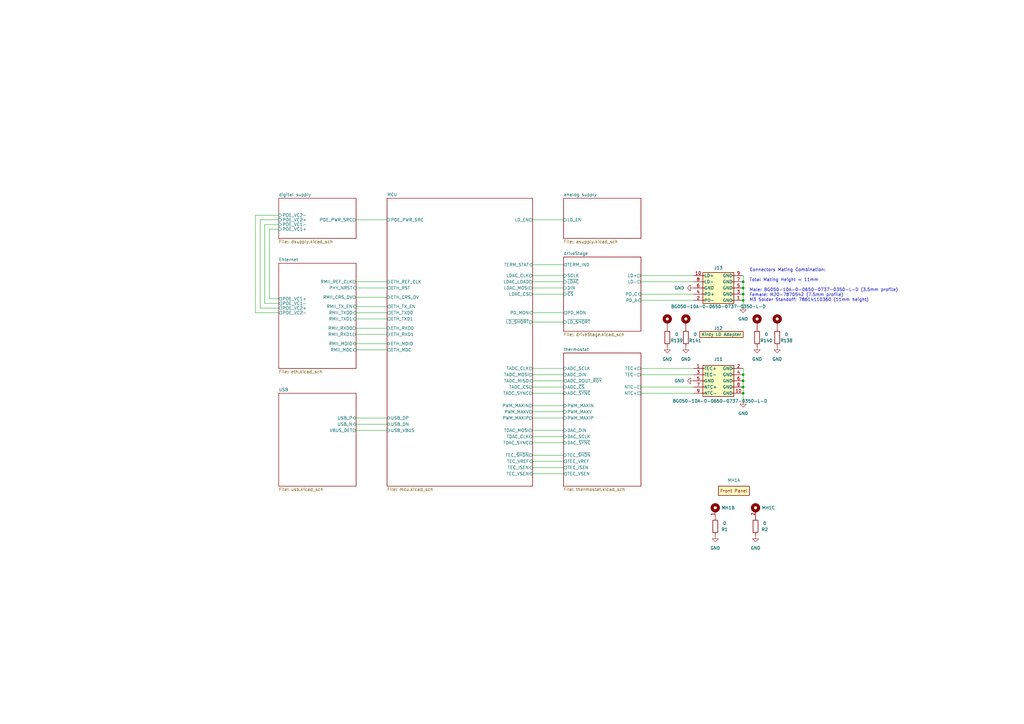
<source format=kicad_sch>
(kicad_sch (version 20230121) (generator eeschema)
  (paper "A3")
  (title_block (title "Kirdy") (date "2023-11-27") (rev "r0_3") (company "M-Labs Limited") (comment 1 "Linus Woo Chun Kit"))
  (lib_symbols
    (symbol "Device:R" (pin_numbers hide) (pin_names (offset 0))
      (property "Reference" "R" (at 2.032 0 90))
      (property "Value" "R" (at 0 0 90))
      (symbol "R_0_1"
        (rectangle (start -1.016 -2.54) (end 1.016 2.54) (stroke (width 0.254)))
      )
      (symbol "R_1_1"
        (pin passive line (at 0 3.81 270) (length 1.27) (name "~") (number "1"))
        (pin passive line (at 0 -3.81 90) (length 1.27) (name "~") (number "2"))
      )
    )
    (symbol "Mechanical:MountingHole_Pad" (pin_numbers hide) (pin_names (offset 1.016) hide)
      (property "Reference" "H" (at 0 6.35 0))
      (property "Value" "MountingHole_Pad" (at 0 4.445 0))
      (symbol "MountingHole_Pad_0_1"
        (circle (center 0 1.27) (radius 1.27) (stroke (width 1.27)))
      )
      (symbol "MountingHole_Pad_1_1"
        (pin input line (at 0 -2.54 90) (length 2.54) (name "1") (number "1"))
      )
    )
    (symbol "Panel_1"
      (property "Reference" "MH" (at 1.27 3.175 0))
      (symbol "Panel_1_1_1"
        (rectangle (start 0 0) (end 12.7 -3.81) (stroke (width 0.254)) (fill (type background)))
        (text "Front Panel" (at 6.35 -1.905 0) (effects (font (size 1.27 1.27))))
      )
      (symbol "Panel_1_2_1"
        (circle (center 0 0) (radius 1.27) (stroke (width 1.27)))
        (pin input line (at 3.81 0 180) (length 2.54) (name "") (number "1"))
      )
      (symbol "Panel_1_3_1"
        (circle (center 0 0) (radius 1.27) (stroke (width 1.27)))
        (pin input line (at 3.81 0 180) (length 2.54) (name "") (number "2"))
      )
    )
    (symbol "kirdy:Kirdy_Adapter_HDR1"
      (property "Reference" "J" (at 5.08 2.54 0))
      (property "Value" "BG050-10A-0-0650-0737-0350-L-D" (at 10.16 -12.7 0))
      (symbol "Kirdy_Adapter_HDR1_1_1"
        (rectangle (start 3.81 -10.033) (end 4.445 -10.287) (stroke (width 0.1524)))
        (rectangle (start 3.81 -7.493) (end 4.445 -7.747) (stroke (width 0.1524)))
        (rectangle (start 3.81 -4.953) (end 4.445 -5.207) (stroke (width 0.1524)))
        (rectangle (start 3.81 -2.413) (end 4.445 -2.667) (stroke (width 0.1524)))
        (rectangle (start 3.81 0.127) (end 4.445 -0.127) (stroke (width 0.1524)))
        (rectangle (start 3.81 1.27) (end 16.51 -11.43) (stroke (width 0.254)) (fill (type background)))
        (rectangle (start 15.875 -10.033) (end 16.51 -10.287) (stroke (width 0.1524)))
        (rectangle (start 15.875 -7.493) (end 16.51 -7.747) (stroke (width 0.1524)))
        (rectangle (start 15.875 -4.953) (end 16.51 -5.207) (stroke (width 0.1524)))
        (rectangle (start 15.875 -2.413) (end 16.51 -2.667) (stroke (width 0.1524)))
        (rectangle (start 15.875 0.127) (end 16.51 -0.127) (stroke (width 0.1524)))
        (pin passive line (at 0 0 0) (length 3.81) (name "TEC+") (number "1"))
        (pin passive line (at 20.32 -10.16 180) (length 3.81) (name "GND") (number "10"))
        (pin passive line (at 20.32 0 180) (length 3.81) (name "GND") (number "2"))
        (pin passive line (at 0 -2.54 0) (length 3.81) (name "TEC-") (number "3"))
        (pin passive line (at 20.32 -2.54 180) (length 3.81) (name "GND") (number "4"))
        (pin passive line (at 0 -5.08 0) (length 3.81) (name "GND") (number "5"))
        (pin passive line (at 20.32 -5.08 180) (length 3.81) (name "GND") (number "6"))
        (pin passive line (at 0 -7.62 0) (length 3.81) (name "NTC+") (number "7"))
        (pin passive line (at 20.32 -7.62 180) (length 3.81) (name "GND") (number "8"))
        (pin passive line (at 0 -10.16 0) (length 3.81) (name "NTC-") (number "9"))
      )
    )
    (symbol "kirdy:Kirdy_Adapter_HDR2"
      (property "Reference" "J" (at 5.08 2.54 0))
      (property "Value" "BG050-10A-0-0650-0737-0350-L-D" (at 10.16 -12.7 0))
      (symbol "Kirdy_Adapter_HDR2_1_1"
        (rectangle (start 3.81 -10.033) (end 4.445 -10.287) (stroke (width 0.1524)))
        (rectangle (start 3.81 -7.493) (end 4.445 -7.747) (stroke (width 0.1524)))
        (rectangle (start 3.81 -4.953) (end 4.445 -5.207) (stroke (width 0.1524)))
        (rectangle (start 3.81 -2.413) (end 4.445 -2.667) (stroke (width 0.1524)))
        (rectangle (start 3.81 0.127) (end 4.445 -0.127) (stroke (width 0.1524)))
        (rectangle (start 3.81 1.27) (end 16.51 -11.43) (stroke (width 0.254)) (fill (type background)))
        (rectangle (start 15.875 -10.033) (end 16.51 -10.287) (stroke (width 0.1524)))
        (rectangle (start 15.875 -7.493) (end 16.51 -7.747) (stroke (width 0.1524)))
        (rectangle (start 15.875 -4.953) (end 16.51 -5.207) (stroke (width 0.1524)))
        (rectangle (start 15.875 -2.413) (end 16.51 -2.667) (stroke (width 0.1524)))
        (rectangle (start 15.875 0.127) (end 16.51 -0.127) (stroke (width 0.1524)))
        (pin passive line (at 0 0 0) (length 3.81) (name "GND") (number "1"))
        (pin passive line (at 20.32 -10.16 180) (length 3.81) (name "LD+") (number "10"))
        (pin passive line (at 20.32 0 180) (length 3.81) (name "PD-") (number "2"))
        (pin passive line (at 0 -2.54 0) (length 3.81) (name "GND") (number "3"))
        (pin passive line (at 20.32 -2.54 180) (length 3.81) (name "PD+") (number "4"))
        (pin passive line (at 0 -5.08 0) (length 3.81) (name "GND") (number "5"))
        (pin passive line (at 20.32 -5.08 180) (length 3.81) (name "GND") (number "6"))
        (pin passive line (at 0 -7.62 0) (length 3.81) (name "GND") (number "7"))
        (pin passive line (at 20.32 -7.62 180) (length 3.81) (name "LD-") (number "8"))
        (pin passive line (at 0 -10.16 0) (length 3.81) (name "GND") (number "9"))
      )
    )
    (symbol "kirdy:Kirdy_LD_Adapter" (pin_names (offset 1.016) hide)
      (property "Reference" "J" (at -6.35 2.54 0))
      (property "Value" "Kirdy_LD_Adapter" (at 1.27 0 0))
      (symbol "Kirdy_LD_Adapter_1_1"
        (rectangle (start -7.62 1.27) (end 10.16 -1.27) (stroke (width 0.254)) (fill (type background)))
      )
    )
    (symbol "kirdy:Panel"
      (property "Reference" "MH" (at 1.27 3.175 0))
      (symbol "Panel_1_1"
        (rectangle (start 0 0) (end 12.7 -3.81) (stroke (width 0.254)) (fill (type background)))
        (text "Front Panel" (at 6.35 -1.905 0) (effects (font (size 1.27 1.27))))
      )
      (symbol "Panel_2_1"
        (circle (center 0 0) (radius 1.27) (stroke (width 1.27)))
        (pin input line (at 3.81 0 180) (length 2.54) (name "") (number "1"))
      )
      (symbol "Panel_3_1"
        (circle (center 0 0) (radius 1.27) (stroke (width 1.27)))
        (pin input line (at 3.81 0 180) (length 2.54) (name "") (number "2"))
      )
    )
    (symbol "power:GND" (power) (pin_names (offset 0))
      (property "Value" "GND" (at 0 -3.81 0))
      (symbol "GND_0_1"
        (polyline (pts (xy 0 0) (xy 0 -1.27) (xy 1.27 -1.27) (xy 0 -2.54) (xy -1.27 -1.27) (xy 0 -1.27)))
      )
      (symbol "GND_1_1"
        (pin power_in line (at 0 0 270) (length 0) hide (name "GND") (number "1"))
      )
    )
  )
  (junction (at 304.8 118.11))
  (junction (at 304.8 153.67))
  (junction (at 304.8 158.75))
  (junction (at 304.8 161.29))
  (junction (at 304.8 120.65))
  (junction (at 304.8 123.19))
  (junction (at 304.8 115.57))
  (junction (at 304.8 156.21))
  (wire (pts (xy 304.8 153.67) (xy 304.8 156.21)))
  (wire (pts (xy 146.05 176.53) (xy 158.75 176.53)))
  (wire (pts (xy 108.585 92.075) (xy 108.585 124.46)))
  (wire (pts (xy 218.44 168.91) (xy 231.14 168.91)))
  (wire (pts (xy 106.68 126.365) (xy 106.68 90.17)))
  (wire (pts (xy 218.44 176.53) (xy 231.14 176.53)))
  (wire (pts (xy 304.8 151.13) (xy 304.8 153.67)))
  (wire (pts (xy 146.05 125.73) (xy 158.75 125.73)))
  (wire (pts (xy 304.8 115.57) (xy 304.8 118.11)))
  (wire (pts (xy 262.89 123.19) (xy 284.48 123.19)))
  (wire (pts (xy 114.3 122.555) (xy 110.49 122.555)))
  (wire (pts (xy 218.44 151.13) (xy 231.14 151.13)))
  (wire (pts (xy 146.05 173.99) (xy 158.75 173.99)))
  (wire (pts (xy 218.44 161.29) (xy 231.14 161.29)))
  (wire (pts (xy 146.05 115.57) (xy 158.75 115.57)))
  (wire (pts (xy 218.44 90.17) (xy 231.14 90.17)))
  (wire (pts (xy 218.44 171.45) (xy 231.14 171.45)))
  (wire (pts (xy 146.05 140.97) (xy 158.75 140.97)))
  (wire (pts (xy 218.44 194.31) (xy 231.14 194.31)))
  (wire (pts (xy 218.44 166.37) (xy 231.14 166.37)))
  (wire (pts (xy 218.44 189.23) (xy 231.14 189.23)))
  (wire (pts (xy 218.44 179.07) (xy 231.14 179.07)))
  (wire (pts (xy 262.89 161.29) (xy 284.48 161.29)))
  (wire (pts (xy 146.05 121.92) (xy 158.75 121.92)))
  (wire (pts (xy 146.05 171.45) (xy 158.75 171.45)))
  (wire (pts (xy 304.8 120.65) (xy 304.8 123.19)))
  (wire (pts (xy 262.89 113.03) (xy 284.48 113.03)))
  (wire (pts (xy 146.05 90.17) (xy 158.75 90.17)))
  (wire (pts (xy 114.3 92.075) (xy 108.585 92.075)))
  (wire (pts (xy 110.49 93.98) (xy 114.3 93.98)))
  (wire (pts (xy 304.8 156.21) (xy 304.8 158.75)))
  (wire (pts (xy 106.68 90.17) (xy 114.3 90.17)))
  (wire (pts (xy 110.49 122.555) (xy 110.49 93.98)))
  (wire (pts (xy 304.8 158.75) (xy 304.8 161.29)))
  (wire (pts (xy 114.3 88.265) (xy 104.775 88.265)))
  (wire (pts (xy 304.8 123.19) (xy 304.8 125.73)))
  (wire (pts (xy 146.05 130.81) (xy 158.75 130.81)))
  (wire (pts (xy 218.44 115.57) (xy 231.14 115.57)))
  (wire (pts (xy 262.89 120.65) (xy 284.48 120.65)))
  (wire (pts (xy 146.05 118.11) (xy 158.75 118.11)))
  (wire (pts (xy 114.3 126.365) (xy 106.68 126.365)))
  (wire (pts (xy 146.05 128.27) (xy 158.75 128.27)))
  (wire (pts (xy 304.8 161.29) (xy 304.8 164.465)))
  (wire (pts (xy 262.89 158.75) (xy 284.48 158.75)))
  (wire (pts (xy 104.775 88.265) (xy 104.775 128.27)))
  (wire (pts (xy 218.44 132.08) (xy 231.14 132.08)))
  (wire (pts (xy 146.05 134.62) (xy 158.75 134.62)))
  (wire (pts (xy 218.44 118.11) (xy 231.14 118.11)))
  (wire (pts (xy 304.8 113.03) (xy 304.8 115.57)))
  (wire (pts (xy 218.44 156.21) (xy 231.14 156.21)))
  (wire (pts (xy 304.8 118.11) (xy 304.8 120.65)))
  (wire (pts (xy 218.44 128.27) (xy 231.14 128.27)))
  (wire (pts (xy 218.44 186.69) (xy 231.14 186.69)))
  (wire (pts (xy 218.44 153.67) (xy 231.14 153.67)))
  (wire (pts (xy 218.44 108.585) (xy 231.14 108.585)))
  (wire (pts (xy 218.44 181.61) (xy 231.14 181.61)))
  (wire (pts (xy 218.44 158.75) (xy 231.14 158.75)))
  (wire (pts (xy 218.44 120.65) (xy 231.14 120.65)))
  (wire (pts (xy 262.89 151.13) (xy 284.48 151.13)))
  (wire (pts (xy 262.89 153.67) (xy 284.48 153.67)))
  (wire (pts (xy 108.585 124.46) (xy 114.3 124.46)))
  (wire (pts (xy 146.05 143.51) (xy 158.75 143.51)))
  (wire (pts (xy 262.89 115.57) (xy 284.48 115.57)))
  (wire (pts (xy 104.775 128.27) (xy 114.3 128.27)))
  (wire (pts (xy 218.44 191.77) (xy 231.14 191.77)))
  (wire (pts (xy 218.44 113.03) (xy 231.14 113.03)))
  (wire (pts (xy 146.05 137.16) (xy 158.75 137.16)))
  (text "Connectors Mating Combination:\n\nTotal Mating Height = 11mm\n\nMale: BG050-10A-0-0650-0737-0350-L-D (3.5mm profile) \nFemale: M20-7870542 (7.5mm profile) \nM3 Solder Standoff: 78614110360 (11mm height)" (at 307.34 123.825 0) (effects (font (size 1.27 1.27)) (justify left bottom)))
  (symbol (lib_id "power:GND") (at 309.88 219.71 0) (unit 1)
    (property "Reference" "#PWR06" (effects hide))
    (property "Value" "GND" (at 309.88 224.79 0))
  )
  (symbol (lib_id "Device:R") (at 281.305 138.43 180) (unit 1)
    (property "Reference" "R141" (at 285.115 139.7 0))
    (property "Value" "0" (at 285.115 137.16 0))
    (property "Footprint" "Resistor_SMD:R_0603_1608Metric" (effects hide))
    (property "MFR_PN" "RMCF0603ZT0R00" (effects hide))
    (property "MFR_PN_ALT" "CR0603-J/-000ELF" (effects hide))
  )
  (symbol (lib_id "Device:R") (at 293.37 215.9 180) (unit 1)
    (property "Reference" "R1" (at 297.18 217.17 0))
    (property "Value" "0" (at 297.18 214.63 0))
    (property "Footprint" "Resistor_SMD:R_0603_1608Metric" (effects hide))
    (property "MFR_PN" "RMCF0603ZT0R00" (effects hide))
    (property "MFR_PN_ALT" "CR0603-J/-000ELF" (effects hide))
  )
  (symbol (lib_id "kirdy:Kirdy_LD_Adapter") (at 294.64 137.16 0) (unit 1)
    (property "Reference" "J12" (at 294.64 134.62 0))
    (property "Value" "Kirdy LD Adapter" (at 295.91 137.16 0))
    (property "Footprint" "kirdy:Kirdy_LD_Adapter" (effects hide))
    (property "MFR_PN" "Kirdy_LD_Adapter_PCB" (effects hide))
  )
  (symbol (lib_id "kirdy:Panel") (at 309.88 208.28 270) (unit 3)
    (property "Reference" "MH1" (at 312.42 208.28 90) (effects (justify left)))
    (property "Value" "Kirdy Front Panel" (effects hide))
    (property "Footprint" "kirdy:Panel" (effects hide))
    (property "MFR_PN" "Kirdy Front Panel" (effects hide))
  )
  (symbol (lib_id "kirdy:Kirdy_Adapter_HDR2") (at 304.8 123.19 180) (unit 1)
    (property "Reference" "J13" (at 294.64 109.855 0))
    (property "Value" "BG050-10A-0-0650-0737-0350-L-D" (at 294.64 125.73 0))
    (property "Footprint" "kirdy:BG050-10A-0-0650-0737-0350-L-D" (effects hide))
    (property "MFR_PN" "BG050-10A-0-0650-0737-0350-L-D" (effects hide))
    (property "MFR_PN_ALT" "BG050-10A-0-0450-0737-0350-L-D " (effects hide))
  )
  (symbol (lib_name "Panel_1") (lib_id "kirdy:Panel") (at 294.64 199.39 0) (unit 1)
    (property "Reference" "MH1" (at 300.99 196.977 0))
    (property "Value" "Kirdy Front Panel" (effects hide))
    (property "Footprint" "kirdy:Panel" (effects hide))
    (property "MFR_PN" "Kirdy Front Panel" (effects hide))
  )
  (symbol (lib_id "power:GND") (at 304.8 125.73 0) (unit 1)
    (property "Reference" "#PWR05" (effects hide))
    (property "Value" "GND" (at 304.8 130.81 0))
  )
  (symbol (lib_id "Mechanical:MountingHole_Pad") (at 310.515 132.08 0) (unit 1)
    (property "Reference" "H4" (effects hide))
    (property "Value" "78614110360" (effects hide))
    (property "Footprint" "Mounting_Wuerth:Mounting_Wuerth_WA-SMSI-M3_H11mm_9774110360" (effects hide))
    (property "MFR_PN" "78614110360" (effects hide))
    (property "MFT_PN_ALT" "9774110360R" (effects hide))
  )
  (symbol (lib_id "power:GND") (at 284.48 118.11 270) (unit 1)
    (property "Reference" "#PWR04" (effects hide))
    (property "Value" "GND" (at 280.67 118.11 90) (effects (justify right)))
  )
  (symbol (lib_id "Mechanical:MountingHole_Pad") (at 273.685 132.08 0) (unit 1)
    (property "Reference" "H1" (effects hide))
    (property "Value" "78614110360" (effects hide))
    (property "Footprint" "Mounting_Wuerth:Mounting_Wuerth_WA-SMSI-M3_H11mm_9774110360" (effects hide))
    (property "Datasheet" "~" (at 273.685 132.08 0))
    (property "MFR_PN" "78614110360" (effects hide))
    (property "MFR_PN_ALT" "9774110360R" (effects hide))
  )
  (symbol (lib_id "Device:R") (at 310.515 138.43 180) (unit 1)
    (property "Reference" "R140" (at 314.325 139.7 0))
    (property "Value" "0" (at 314.325 137.16 0))
    (property "Footprint" "Resistor_SMD:R_0603_1608Metric" (effects hide))
    (property "MFR_PN" "RMCF0603ZT0R00" (effects hide))
    (property "MFR_PN_ALT" "CR0603-J/-000ELF" (effects hide))
  )
  (symbol (lib_id "power:GND") (at 281.305 142.24 0) (unit 1)
    (property "Reference" "#PWR0229" (effects hide))
    (property "Value" "GND" (at 281.305 147.32 0))
  )
  (symbol (lib_id "power:GND") (at 273.685 142.24 0) (unit 1)
    (property "Reference" "#PWR0227" (effects hide))
    (property "Value" "GND" (at 273.685 147.32 0))
  )
  (symbol (lib_id "Mechanical:MountingHole_Pad") (at 318.77 132.08 0) (unit 1)
    (property "Reference" "H2" (effects hide))
    (property "Value" "78614110360" (effects hide))
    (property "Footprint" "Mounting_Wuerth:Mounting_Wuerth_WA-SMSI-M3_H11mm_9774110360" (effects hide))
    (property "MFR_PN" "78614110360" (effects hide))
    (property "MFR_PN_ALT" "9774110360R" (effects hide))
  )
  (symbol (lib_id "Mechanical:MountingHole_Pad") (at 281.305 132.08 0) (unit 1)
    (property "Reference" "H3" (effects hide))
    (property "Value" "78614110360" (effects hide))
    (property "Footprint" "Mounting_Wuerth:Mounting_Wuerth_WA-SMSI-M3_H11mm_9774110360" (effects hide))
    (property "MFR_PN" "78614110360" (effects hide))
    (property "MFR_PN_ALT" "9774110360R" (effects hide))
  )
  (symbol (lib_id "power:GND") (at 318.77 142.24 0) (unit 1)
    (property "Reference" "#PWR0226" (effects hide))
    (property "Value" "GND" (at 318.77 147.32 0))
  )
  (symbol (lib_id "Device:R") (at 318.77 138.43 180) (unit 1)
    (property "Reference" "R138" (at 322.58 139.7 0))
    (property "Value" "0" (at 322.58 137.16 0))
    (property "Footprint" "Resistor_SMD:R_0603_1608Metric" (effects hide))
    (property "MFR_PN" "RMCF0603ZT0R00" (effects hide))
    (property "MFR_PN_ALT" "CR0603-J/-000ELF" (effects hide))
  )
  (symbol (lib_id "power:GND") (at 293.37 219.71 0) (unit 1)
    (property "Reference" "#PWR03" (effects hide))
    (property "Value" "GND" (at 293.37 224.79 0))
  )
  (symbol (lib_id "power:GND") (at 284.48 156.21 270) (unit 1)
    (property "Reference" "#PWR02" (effects hide))
    (property "Value" "GND" (at 280.67 156.21 90) (effects (justify right)))
  )
  (symbol (lib_id "Device:R") (at 273.685 138.43 180) (unit 1)
    (property "Reference" "R139" (at 277.495 139.7 0))
    (property "Value" "0" (at 277.495 137.16 0))
    (property "Footprint" "Resistor_SMD:R_0603_1608Metric" (effects hide))
    (property "MFR_PN" "RMCF0603ZT0R00" (effects hide))
    (property "MFR_PN_ALT" "CR0603-J/-000ELF" (effects hide))
  )
  (symbol (lib_id "kirdy:Panel") (at 293.37 208.28 270) (unit 2)
    (property "Reference" "MH1" (at 295.91 208.28 90) (effects (justify left)))
    (property "Value" "Kirdy Front Panel" (effects hide))
    (property "Footprint" "kirdy:Panel" (effects hide))
    (property "MFR_PN" "Kirdy Front Panel" (effects hide))
  )
  (symbol (lib_id "kirdy:Kirdy_Adapter_HDR1") (at 284.48 151.13 0) (unit 1)
    (property "Reference" "J11" (at 294.64 147.32 0))
    (property "Value" "BG050-10A-0-0650-0737-0350-L-D" (at 295.275 164.465 0))
    (property "Footprint" "kirdy:BG050-10A-0-0650-0737-0350-L-D" (effects hide))
    (property "MFR_PN" "BG050-10A-0-0650-0737-0350-L-D" (effects hide))
    (property "MFR_PN_ALT" "BG050-10A-0-0450-0737-0350-L-D " (effects hide))
  )
  (symbol (lib_id "power:GND") (at 304.8 164.465 0) (unit 1)
    (property "Reference" "#PWR01" (effects hide))
    (property "Value" "GND" (at 304.8 169.545 0))
  )
  (symbol (lib_id "power:GND") (at 310.515 142.24 0) (unit 1)
    (property "Reference" "#PWR0228" (effects hide))
    (property "Value" "GND" (at 310.515 147.32 0))
  )
  (symbol (lib_id "Device:R") (at 309.88 215.9 180) (unit 1)
    (property "Reference" "R2" (at 313.69 217.17 0))
    (property "Value" "0" (at 313.69 214.63 0))
    (property "Footprint" "Resistor_SMD:R_0603_1608Metric" (effects hide))
    (property "MFR_PN" "RMCF0603ZT0R00" (effects hide))
    (property "MFR_PN_ALT" "CR0603-J/-000ELF" (effects hide))
  )
  (sheet (at 114.3 107.95) (size 31.75 43.18) (stroke (width 0.1524))
    (property "Sheetname" "Ehternet" (at 114.3 107.2384 0) (effects (justify left bottom)))
    (property "Sheetfile" "eth.kicad_sch" (at 114.3 151.7146 0) (effects (justify left top)))
    (pin "RMII_MDIO" bidirectional (at 146.05 140.97 0))
    (pin "PHY_NRST" input (at 146.05 118.11 0))
    (pin "RMII_MDC" input (at 146.05 143.51 0))
    (pin "RMII_CRS_DV" output (at 146.05 121.92 0))
    (pin "RMII_TX_EN" input (at 146.05 125.73 0))
    (pin "RMII_TXD0" input (at 146.05 128.27 0))
    (pin "RMII_TXD1" input (at 146.05 130.81 0))
    (pin "RMII_RXD0" output (at 146.05 134.62 0))
    (pin "RMII_RXD1" output (at 146.05 137.16 0))
    (pin "RMII_REF_CLK" output (at 146.05 115.57 0))
    (pin "POE_VC1+" output (at 114.3 122.555 180))
    (pin "POE_VC1-" output (at 114.3 124.46 180))
    (pin "POE_VC2+" output (at 114.3 126.365 180))
    (pin "POE_VC2-" output (at 114.3 128.27 180))
  )
  (sheet (at 114.3 161.29) (size 31.75 38.1) (stroke (width 0.1524))
    (property "Sheetname" "USB" (at 114.3 160.5784 0) (effects (justify left bottom)))
    (property "Sheetfile" "usb.kicad_sch" (at 114.3 199.9746 0) (effects (justify left top)))
    (pin "USB_N" bidirectional (at 146.05 173.99 0))
    (pin "USB_P" bidirectional (at 146.05 171.45 0))
    (pin "VBUS_DET" output (at 146.05 176.53 0))
  )
  (sheet (at 231.14 105.41) (size 31.75 30.48) (stroke (width 0.1524))
    (property "Sheetname" "driveStage" (at 231.14 104.6984 0) (effects (justify left bottom)))
    (property "Sheetfile" "driveStage.kicad_sch" (at 231.14 136.4746 0) (effects (justify left top)))
    (pin "LD-" output (at 262.89 115.57 0))
    (pin "LD+" output (at 262.89 113.03 0))
    (pin "SCLK" input (at 231.14 113.03 180))
    (pin "DIN" input (at 231.14 118.11 180))
    (pin "~{LDAC}" input (at 231.14 115.57 180))
    (pin "~{CS}" input (at 231.14 120.65 180))
    (pin "PD_A" input (at 262.89 123.19 0))
    (pin "PD_C" input (at 262.89 120.65 0))
    (pin "PD_MON" output (at 231.14 128.27 180))
    (pin "~{LD_SHORT}" input (at 231.14 132.08 180))
    (pin "TERM_IND" output (at 231.14 108.585 180))
  )
  (sheet (at 114.3 81.28) (size 31.75 16.51) (stroke (width 0.1524))
    (property "Sheetname" "digital supply" (at 114.3 80.5684 0) (effects (justify left bottom)))
    (property "Sheetfile" "dsupply.kicad_sch" (at 114.3 98.3746 0) (effects (justify left top)))
    (pin "POE_PWR_SRC" output (at 146.05 90.17 0))
    (pin "POE_VC1-" input (at 114.3 92.075 180))
    (pin "POE_VC2-" input (at 114.3 88.265 180))
    (pin "POE_VC1+" input (at 114.3 93.98 180))
    (pin "POE_VC2+" input (at 114.3 90.17 180))
  )
  (sheet (at 231.14 144.78) (size 31.75 54.61) (stroke (width 0.1524))
    (property "Sheetname" "thermostat" (at 231.14 144.0684 0) (effects (justify left bottom)))
    (property "Sheetfile" "thermostat.kicad_sch" (at 231.14 199.9746 0) (effects (justify left top)))
    (pin "TEC-" output (at 262.89 153.67 0))
    (pin "TEC+" output (at 262.89 151.13 0))
    (pin "NTC-" passive (at 262.89 158.75 0))
    (pin "NTC+" passive (at 262.89 161.29 0))
    (pin "DAC_~{SYNC}" input (at 231.14 181.61 180))
    (pin "DAC_SCLK" input (at 231.14 179.07 180))
    (pin "DAC_DIN" input (at 231.14 176.53 180))
    (pin "PWM_MAXV" input (at 231.14 168.91 180))
    (pin "ADC_SCLK" input (at 231.14 151.13 180))
    (pin "ADC_DIN" input (at 231.14 153.67 180))
    (pin "ADC_DOUT_~{RDY}" output (at 231.14 156.21 180))
    (pin "ADC_~{CS}" input (at 231.14 158.75 180))
    (pin "ADC_~{SYNC}" input (at 231.14 161.29 180))
    (pin "PWM_MAXIN" input (at 231.14 166.37 180))
    (pin "PWM_MAXIP" input (at 231.14 171.45 180))
    (pin "TEC_~{SHDN}" input (at 231.14 186.69 180))
    (pin "TEC_ISEN" output (at 231.14 191.77 180))
    (pin "TEC_VREF" output (at 231.14 189.23 180))
    (pin "TEC_VSEN" output (at 231.14 194.31 180))
  )
  (sheet (at 231.14 81.28) (size 31.75 16.51) (stroke (width 0.1524))
    (property "Sheetname" "analog supply" (at 231.14 80.5684 0) (effects (justify left bottom)))
    (property "Sheetfile" "asupply.kicad_sch" (at 231.14 98.3746 0) (effects (justify left top)))
    (pin "LD_EN" input (at 231.14 90.17 180))
  )
  (sheet (at 158.75 81.28) (size 59.69 118.11) (stroke (width 0.1524))
    (property "Sheetname" "MCU" (at 158.75 80.5684 0) (effects (justify left bottom)))
    (property "Sheetfile" "mcu.kicad_sch" (at 158.75 199.9746 0) (effects (justify left top)))
    (pin "ETH_RST" output (at 158.75 118.11 180))
    (pin "ETH_MDIO" bidirectional (at 158.75 140.97 180))
    (pin "PD_MON" input (at 218.44 128.27 0))
    (pin "TEC_~{SHDN}" output (at 218.44 186.69 0))
    (pin "TEC_VREF" input (at 218.44 189.23 0))
    (pin "ETH_CRS_DV" input (at 158.75 121.92 180))
    (pin "USB_VBUS" input (at 158.75 176.53 180))
    (pin "TEC_ISEN" input (at 218.44 191.77 0))
    (pin "TEC_VSEN" input (at 218.44 194.31 0))
    (pin "USB_DP" bidirectional (at 158.75 171.45 180))
    (pin "USB_DN" bidirectional (at 158.75 173.99 180))
    (pin "TADC_CS" output (at 218.44 158.75 0))
    (pin "LDAC_CLK" output (at 218.44 113.03 0))
    (pin "ETH_TX_EN" output (at 158.75 125.73 180))
    (pin "ETH_TXD0" output (at 158.75 128.27 180))
    (pin "ETH_TXD1" output (at 158.75 130.81 180))
    (pin "LDAC_LOAD" output (at 218.44 115.57 0))
    (pin "POE_PWR_SRC" input (at 158.75 90.17 180))
    (pin "ETH_RXD0" input (at 158.75 134.62 180))
    (pin "ETH_RXD1" input (at 158.75 137.16 180))
    (pin "LDAC_MOSI" output (at 218.44 118.11 0))
    (pin "TADC_MOSI" output (at 218.44 153.67 0))
    (pin "TADC_MISO" input (at 218.44 156.21 0))
    (pin "PWM_MAXIP" output (at 218.44 171.45 0))
    (pin "ETH_MDC" output (at 158.75 143.51 180))
    (pin "LDAC_CS" output (at 218.44 120.65 0))
    (pin "TADC_SYNC" output (at 218.44 161.29 0))
    (pin "TDAC_CLK" output (at 218.44 179.07 0))
    (pin "TDAC_SYNC" output (at 218.44 181.61 0))
    (pin "TDAC_MOSI" output (at 218.44 176.53 0))
    (pin "PWM_MAXIN" output (at 218.44 166.37 0))
    (pin "PWM_MAXV" output (at 218.44 168.91 0))
    (pin "TADC_CLK" output (at 218.44 151.13 0))
    (pin "ETH_REF_CLK" input (at 158.75 115.57 180))
    (pin "LD_EN" output (at 218.44 90.17 0))
    (pin "~{LD_SHORT}" output (at 218.44 132.08 0))
    (pin "TERM_STAT" input (at 218.44 108.585 0))
  )
)
</source>
